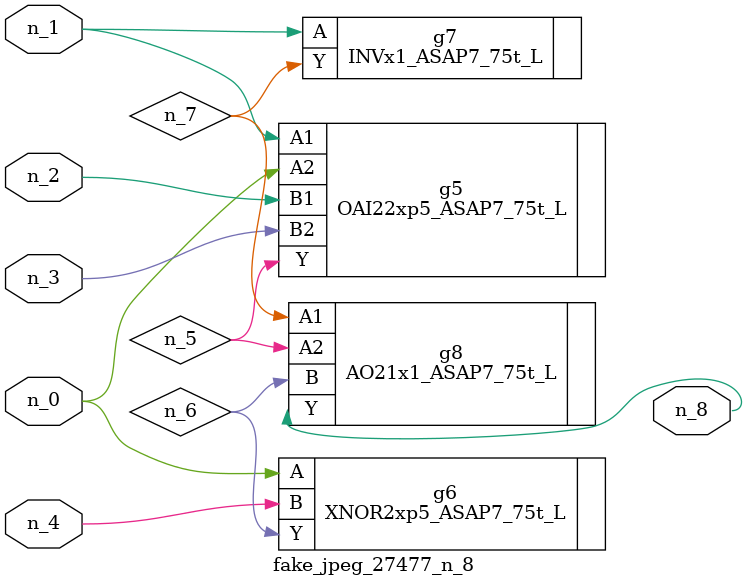
<source format=v>
module fake_jpeg_27477_n_8 (n_3, n_2, n_1, n_0, n_4, n_8);

input n_3;
input n_2;
input n_1;
input n_0;
input n_4;

output n_8;

wire n_6;
wire n_5;
wire n_7;

OAI22xp5_ASAP7_75t_L g5 ( 
.A1(n_1),
.A2(n_0),
.B1(n_2),
.B2(n_3),
.Y(n_5)
);

XNOR2xp5_ASAP7_75t_L g6 ( 
.A(n_0),
.B(n_4),
.Y(n_6)
);

INVx1_ASAP7_75t_L g7 ( 
.A(n_1),
.Y(n_7)
);

AO21x1_ASAP7_75t_L g8 ( 
.A1(n_7),
.A2(n_5),
.B(n_6),
.Y(n_8)
);


endmodule
</source>
